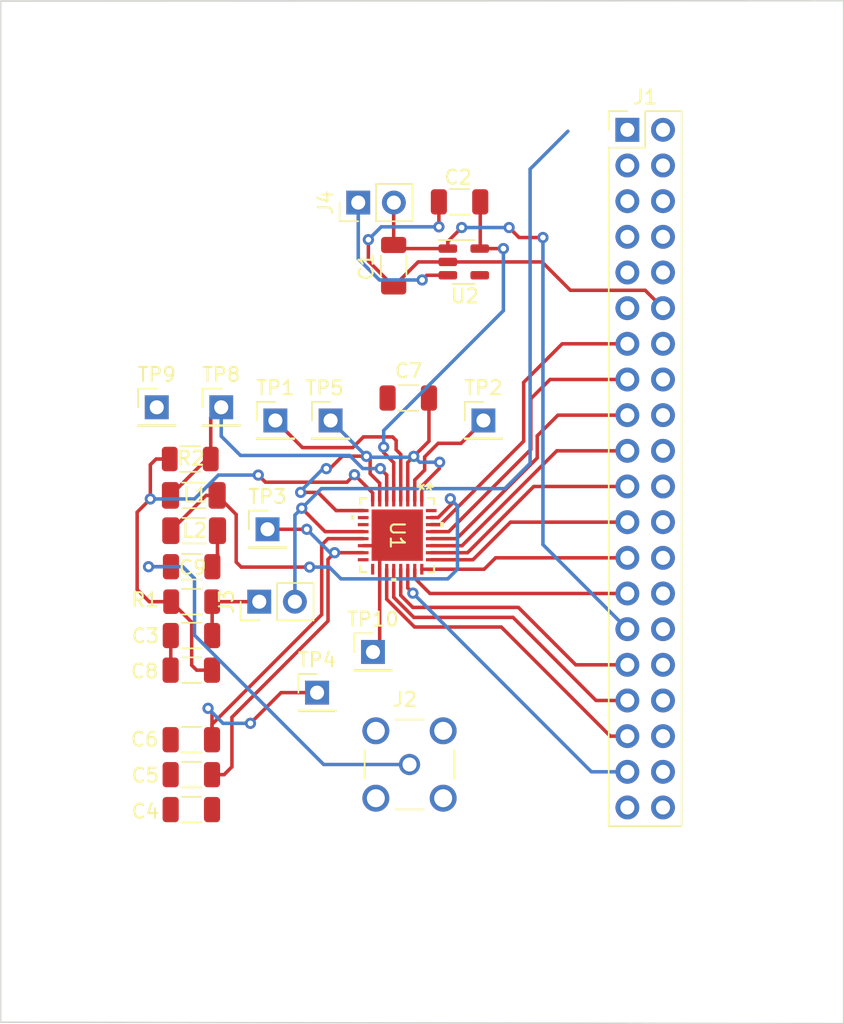
<source format=kicad_pcb>
(kicad_pcb (version 20221018) (generator pcbnew)
  (layers (0 "F.Cu" signal) (31 "B.Cu" signal) (34 "B.Paste" user) (35 "F.Paste" user) (36 "B.SilkS" user "B.Silkscreen") (37 "F.SilkS" user "F.Silkscreen") (38 "B.Mask" user) (39 "F.Mask" user) (44 "Edge.Cuts" user))
  (net 0 "")
  (net 1 "GND")
  (net 2 "VCC")
  (net 6 "Net-(J3-Pin_1)")
  (net 12 "Net-(J1-Pin_13)")
  (net 14 "Net-(J1-Pin_15)")
  (net 15 "Net-(J1-Pin_17)")
  (net 17 "Net-(J1-Pin_19)")
  (net 22 "CHIP_EN")
  (net 23 "Net-(U1-V18_OUT)")
  (net 24 "Net-(U1-VCC_IO)")
  (net 25 "Net-(U1-V11_OUT_DIG)")
  (net 27 "VDD")
  (net 28 "Net-(C9-Pad1)")
  (net 29 "Net-(C9-Pad2)")
  (net 30 "Net-(U1-TP_IF_N{slash}Sense2(1))")
  (net 32 "Net-(J1-Pin_21)")
  (net 34 "Net-(J1-Pin_23)")
  (net 36 "Net-(J1-Pin_25)")
  (net 38 "Net-(J1-Pin_27)")
  (net 40 "Net-(J1-Pin_31)")
  (net 42 "Net-(J1-Pin_33)")
  (net 44 "Net-(J1-Pin_35)")
  (net 47 "Net-(J1-Pin_39)")
  (net 49 "5V")
  (net 50 "Net-(J1-Pin_37)")
  (net 51 "LNA_IN")
  (net 52 "GNDA")
  (net 53 "Net-(J4-Pin_1)")
  (net 54 "Net-(U1-RFA_IN)")
  (net 55 "Net-(U1-LNA_OUT)")
  (net 56 "1.1V")
  (footprint "Connector_PinHeader_2.54mm:PinHeader_1x01_P2.54mm_Vertical" (layer "F.Cu") (at 131.0386 83.7692)
    (fp_text reference "TP1" (at 0 -2.33) (layer "F.SilkS"))
    (fp_text value "TP")
    (pad "1" thru_hole rect (at 0 0) (size 1.7 1.7) (drill 1) (layers "*.Cu" "*.Mask") (net 54 "Net-(U1-RFA_IN)"))
  )
  (footprint "Connector_PinHeader_2.54mm:PinHeader_1x01_P2.54mm_Vertical" (layer "F.Cu") (at 137.9982 100.2538)
    (fp_text reference "TP10" (at 0 -2.33) (layer "F.SilkS"))
    (fp_text value "TP")
    (pad "1" thru_hole rect (at 0 0) (size 1.7 1.7) (drill 1) (layers "*.Cu" "*.Mask") (net 1 "GND"))
  )
  (footprint "Connector_PinHeader_2.54mm:PinHeader_1x02_P2.54mm_Vertical" (layer "F.Cu") (at 129.8906 96.6724 90)
    (fp_text reference "J3" (at 0 -2.33 90) (layer "F.SilkS"))
    (fp_text value "EN")
    (pad "1" thru_hole rect (at 0 0 90) (size 1.7 1.7) (drill 1) (layers "*.Cu" "*.Mask") (net 6 "Net-(J3-Pin_1)"))
    (pad "2" thru_hole oval (at 0 2.54 90) (size 1.7 1.7) (drill 1) (layers "*.Cu" "*.Mask") (net 22 "CHIP_EN"))
  )
  (footprint "Connector_PinHeader_2.54mm:PinHeader_1x01_P2.54mm_Vertical" (layer "F.Cu") (at 145.8722 83.7692)
    (fp_text reference "TP2" (at 0 -2.33) (layer "F.SilkS"))
    (fp_text value "TP")
    (pad "1" thru_hole rect (at 0 0) (size 1.7 1.7) (drill 1) (layers "*.Cu" "*.Mask") (net 55 "Net-(U1-LNA_OUT)"))
  )
  (footprint "Connector_PinHeader_2.54mm:PinHeader_1x01_P2.54mm_Vertical" (layer "F.Cu") (at 122.5804 82.8294)
    (fp_text reference "TP9" (at 0 -2.33) (layer "F.SilkS"))
    (fp_text value "TP")
    (pad "1" thru_hole rect (at 0 0) (size 1.7 1.7) (drill 1) (layers "*.Cu" "*.Mask") (net 2 "VCC"))
  )
  (footprint "Capacitor_SMD:C_1206_3216Metric" (layer "F.Cu") (at 140.5128 82.169 180)
    (fp_text reference "C7" (at -0.0254 1.9304) (layer "F.SilkS"))
    (fp_text value "104")
    (pad "1" smd roundrect (at -1.475 0 180) (size 1.15 1.8) (layers "F.Cu" "F.Paste" "F.Mask") (roundrect_rratio 0.217391) (net 56 "1.1V"))
    (pad "2" smd roundrect (at 1.475 0 180) (size 1.15 1.8) (layers "F.Cu" "F.Paste" "F.Mask") (roundrect_rratio 0.217391) (net 1 "GND"))
  )
  (footprint "Capacitor_SMD:C_1206_3216Metric" (layer "F.Cu") (at 125.0442 101.5492 180)
    (fp_text reference "C8" (at 3.3274 -0.0762) (layer "F.SilkS"))
    (fp_text value "104")
    (pad "1" smd roundrect (at -1.475 0 180) (size 1.15 1.8) (layers "F.Cu" "F.Paste" "F.Mask") (roundrect_rratio 0.217391) (net 2 "VCC"))
    (pad "2" smd roundrect (at 1.475 0 180) (size 1.15 1.8) (layers "F.Cu" "F.Paste" "F.Mask") (roundrect_rratio 0.217391) (net 1 "GND"))
  )
  (footprint "Connector_PinHeader_2.54mm:PinHeader_1x02_P2.54mm_Vertical" (layer "F.Cu") (at 136.9458 68.2498 90)
    (fp_text reference "J4" (at 0 -2.33 90) (layer "F.SilkS"))
    (fp_text value "Conn_01x02")
    (pad "1" thru_hole rect (at 0 0 90) (size 1.7 1.7) (drill 1) (layers "*.Cu" "*.Mask") (net 53 "Net-(J4-Pin_1)"))
    (pad "2" thru_hole oval (at 0 2.54 90) (size 1.7 1.7) (drill 1) (layers "*.Cu" "*.Mask") (net 27 "VDD"))
  )
  (footprint "Capacitor_SMD:C_1206_3216Metric" (layer "F.Cu") (at 125.0549 99.0854 180)
    (fp_text reference "C3" (at 3.2766 -0.0254) (layer "F.SilkS"))
    (fp_text value "104")
    (pad "1" smd roundrect (at -1.475 0 180) (size 1.15 1.8) (layers "F.Cu" "F.Paste" "F.Mask") (roundrect_rratio 0.217391) (net 6 "Net-(J3-Pin_1)"))
    (pad "2" smd roundrect (at 1.475 0 180) (size 1.15 1.8) (layers "F.Cu" "F.Paste" "F.Mask") (roundrect_rratio 0.217391) (net 1 "GND"))
  )
  (footprint "Resistor_SMD:R_1206_3216Metric" (layer "F.Cu") (at 124.968 86.5124)
    (fp_text reference "R2" (at 0.0508 -0.0508) (layer "F.SilkS"))
    (fp_text value "1K")
    (pad "1" smd roundrect (at -1.4625 0) (size 1.125 1.75) (layers "F.Cu" "F.Paste" "F.Mask") (roundrect_rratio 0.222222) (net 2 "VCC"))
    (pad "2" smd roundrect (at 1.4625 0) (size 1.125 1.75) (layers "F.Cu" "F.Paste" "F.Mask") (roundrect_rratio 0.222222) (net 30 "Net-(U1-TP_IF_N{slash}Sense2(1))"))
  )
  (footprint "Resistor_SMD:R_1206_3216Metric" (layer "F.Cu") (at 125.0696 96.6724)
    (fp_text reference "R1" (at -3.3274 -0.127) (layer "F.SilkS"))
    (fp_text value "1K")
    (pad "1" smd roundrect (at -1.4625 0) (size 1.125 1.75) (layers "F.Cu" "F.Paste" "F.Mask") (roundrect_rratio 0.222222) (net 2 "VCC"))
    (pad "2" smd roundrect (at 1.4625 0) (size 1.125 1.75) (layers "F.Cu" "F.Paste" "F.Mask") (roundrect_rratio 0.222222) (net 6 "Net-(J3-Pin_1)"))
  )
  (footprint "SMA_CONNECTOR:LPRS_SMA_CONNECTOR" (layer "F.Cu") (at 140.6014 108.2678)
    (fp_text reference "J2" (at -0.325 -4.635) (layer "F.SilkS"))
    (fp_text value "SMA_CONNECTOR")
    (pad "1" thru_hole circle (at 0 0) (size 1.508 1.508) (drill 1) (layers "*.Cu" "*.Mask") (net 28 "Net-(C9-Pad1)"))
    (pad "G1" thru_hole circle (at -2.4 -2.4) (size 1.92 1.92) (drill 1.28) (layers "*.Cu" "*.Mask") (net 1 "GND"))
    (pad "G2" thru_hole circle (at -2.4 2.4) (size 1.92 1.92) (drill 1.28) (layers "*.Cu" "*.Mask") (net 1 "GND"))
    (pad "G3" thru_hole circle (at 2.4 2.4) (size 1.92 1.92) (drill 1.28) (layers "*.Cu" "*.Mask") (net 1 "GND"))
    (pad "G4" thru_hole circle (at 2.4 -2.4) (size 1.92 1.92) (drill 1.28) (layers "*.Cu" "*.Mask") (net 1 "GND"))
  )
  (footprint "Inductor_SMD:L_1206_3216Metric_Pad1.22x1.90mm_HandSolder" (layer "F.Cu") (at 125.222 89.1032)
    (fp_text reference "L1" (at 0.127 -0.0298) (layer "F.SilkS"))
    (fp_text value "L_Small")
    (pad "1" smd roundrect (at -1.6625 0) (size 1.225 1.9) (layers "F.Cu" "F.Paste" "F.Mask") (roundrect_rratio 0.204082) (net 30 "Net-(U1-TP_IF_N{slash}Sense2(1))"))
    (pad "2" smd roundrect (at 1.6625 0) (size 1.225 1.9) (layers "F.Cu" "F.Paste" "F.Mask") (roundrect_rratio 0.204082) (net 51 "LNA_IN"))
  )
  (footprint "Connector_PinHeader_2.54mm:PinHeader_1x01_P2.54mm_Vertical" (layer "F.Cu") (at 134.9756 83.7692)
    (fp_text reference "TP5" (at -0.4318 -2.3114) (layer "F.SilkS"))
    (fp_text value "TP")
    (pad "1" thru_hole rect (at 0 0) (size 1.7 1.7) (drill 1) (layers "*.Cu" "*.Mask") (net 56 "1.1V"))
  )
  (footprint "Inductor_SMD:L_1206_3216Metric_Pad1.22x1.90mm_HandSolder" (layer "F.Cu") (at 125.2474 91.6178)
    (fp_text reference "L2" (at 0.0254 -0.0254) (layer "F.SilkS"))
    (fp_text value "L_Small")
    (pad "1" smd roundrect (at -1.6625 0) (size 1.225 1.9) (layers "F.Cu" "F.Paste" "F.Mask") (roundrect_rratio 0.204082) (net 51 "LNA_IN"))
    (pad "2" smd roundrect (at 1.6625 0) (size 1.225 1.9) (layers "F.Cu" "F.Paste" "F.Mask") (roundrect_rratio 0.204082) (net 29 "Net-(C9-Pad2)"))
  )
  (footprint "Connector_PinHeader_2.54mm:PinHeader_1x01_P2.54mm_Vertical" (layer "F.Cu") (at 130.4798 91.5162)
    (fp_text reference "TP3" (at 0 -2.33) (layer "F.SilkS"))
    (fp_text value "TP")
    (pad "1" thru_hole rect (at 0 0) (size 1.7 1.7) (drill 1) (layers "*.Cu" "*.Mask") (net 24 "Net-(U1-VCC_IO)"))
  )
  (footprint "Capacitor_SMD:C_1206_3216Metric" (layer "F.Cu") (at 125.046 106.5022 180)
    (fp_text reference "C6" (at 3.3292 0.0254) (layer "F.SilkS"))
    (fp_text value "104")
    (pad "1" smd roundrect (at -1.475 0 180) (size 1.15 1.8) (layers "F.Cu" "F.Paste" "F.Mask") (roundrect_rratio 0.217391) (net 25 "Net-(U1-V11_OUT_DIG)"))
    (pad "2" smd roundrect (at 1.475 0 180) (size 1.15 1.8) (layers "F.Cu" "F.Paste" "F.Mask") (roundrect_rratio 0.217391) (net 1 "GND"))
  )
  (footprint "Connector_PinHeader_2.54mm:PinHeader_2x20_P2.54mm_Vertical" (layer "F.Cu") (at 156.1338 63.0682)
    (fp_text reference "J1" (at 1.27 -2.33) (layer "F.SilkS"))
    (fp_text value "Conn_02x20_Odd_Even")
    (pad "1" thru_hole rect (at 0 0) (size 1.7 1.7) (drill 1) (layers "*.Cu" "*.Mask") (net 22 "CHIP_EN"))
    (pad "2" thru_hole oval (at 2.54 0) (size 1.7 1.7) (drill 1) (layers "*.Cu" "*.Mask"))
    (pad "3" thru_hole oval (at 0 2.54) (size 1.7 1.7) (drill 1) (layers "*.Cu" "*.Mask"))
    (pad "4" thru_hole oval (at 2.54 2.54) (size 1.7 1.7) (drill 1) (layers "*.Cu" "*.Mask"))
    (pad "5" thru_hole oval (at 0 5.08) (size 1.7 1.7) (drill 1) (layers "*.Cu" "*.Mask"))
    (pad "6" thru_hole oval (at 2.54 5.08) (size 1.7 1.7) (drill 1) (layers "*.Cu" "*.Mask"))
    (pad "7" thru_hole oval (at 0 7.62) (size 1.7 1.7) (drill 1) (layers "*.Cu" "*.Mask"))
    (pad "8" thru_hole oval (at 2.54 7.62) (size 1.7 1.7) (drill 1) (layers "*.Cu" "*.Mask"))
    (pad "9" thru_hole oval (at 0 10.16) (size 1.7 1.7) (drill 1) (layers "*.Cu" "*.Mask"))
    (pad "10" thru_hole oval (at 2.54 10.16) (size 1.7 1.7) (drill 1) (layers "*.Cu" "*.Mask"))
    (pad "11" thru_hole oval (at 0 12.7) (size 1.7 1.7) (drill 1) (layers "*.Cu" "*.Mask") (net 49 "5V"))
    (pad "12" thru_hole oval (at 2.54 12.7) (size 1.7 1.7) (drill 1) (layers "*.Cu" "*.Mask") (net 1 "GND"))
    (pad "13" thru_hole oval (at 0 15.24) (size 1.7 1.7) (drill 1) (layers "*.Cu" "*.Mask") (net 12 "Net-(J1-Pin_13)"))
    (pad "14" thru_hole oval (at 2.54 15.24) (size 1.7 1.7) (drill 1) (layers "*.Cu" "*.Mask"))
    (pad "15" thru_hole oval (at 0 17.78) (size 1.7 1.7) (drill 1) (layers "*.Cu" "*.Mask") (net 14 "Net-(J1-Pin_15)"))
    (pad "16" thru_hole oval (at 2.54 17.78) (size 1.7 1.7) (drill 1) (layers "*.Cu" "*.Mask"))
    (pad "17" thru_hole oval (at 0 20.32) (size 1.7 1.7) (drill 1) (layers "*.Cu" "*.Mask") (net 15 "Net-(J1-Pin_17)"))
    (pad "18" thru_hole oval (at 2.54 20.32) (size 1.7 1.7) (drill 1) (layers "*.Cu" "*.Mask"))
    (pad "19" thru_hole oval (at 0 22.86) (size 1.7 1.7) (drill 1) (layers "*.Cu" "*.Mask") (net 17 "Net-(J1-Pin_19)"))
    (pad "20" thru_hole oval (at 2.54 22.86) (size 1.7 1.7) (drill 1) (layers "*.Cu" "*.Mask"))
    (pad "21" thru_hole oval (at 0 25.4) (size 1.7 1.7) (drill 1) (layers "*.Cu" "*.Mask") (net 32 "Net-(J1-Pin_21)"))
    (pad "22" thru_hole oval (at 2.54 25.4) (size 1.7 1.7) (drill 1) (layers "*.Cu" "*.Mask"))
    (pad "23" thru_hole oval (at 0 27.94) (size 1.7 1.7) (drill 1) (layers "*.Cu" "*.Mask") (net 34 "Net-(J1-Pin_23)"))
    (pad "24" thru_hole oval (at 2.54 27.94) (size 1.7 1.7) (drill 1) (layers "*.Cu" "*.Mask"))
    (pad "25" thru_hole oval (at 0 30.48) (size 1.7 1.7) (drill 1) (layers "*.Cu" "*.Mask") (net 36 "Net-(J1-Pin_25)"))
    (pad "26" thru_hole oval (at 2.54 30.48) (size 1.7 1.7) (drill 1) (layers "*.Cu" "*.Mask"))
    (pad "27" thru_hole oval (at 0 33.02) (size 1.7 1.7) (drill 1) (layers "*.Cu" "*.Mask") (net 38 "Net-(J1-Pin_27)"))
    (pad "28" thru_hole oval (at 2.54 33.02) (size 1.7 1.7) (drill 1) (layers "*.Cu" "*.Mask"))
    (pad "29" thru_hole oval (at 0 35.56) (size 1.7 1.7) (drill 1) (layers "*.Cu" "*.Mask") (net 27 "VDD"))
    (pad "30" thru_hole oval (at 2.54 35.56) (size 1.7 1.7) (drill 1) (layers "*.Cu" "*.Mask") (net 1 "GND"))
    (pad "31" thru_hole oval (at 0 38.1) (size 1.7 1.7) (drill 1) (layers "*.Cu" "*.Mask") (net 40 "Net-(J1-Pin_31)"))
    (pad "32" thru_hole oval (at 2.54 38.1) (size 1.7 1.7) (drill 1) (layers "*.Cu" "*.Mask"))
    (pad "33" thru_hole oval (at 0 40.64) (size 1.7 1.7) (drill 1) (layers "*.Cu" "*.Mask") (net 42 "Net-(J1-Pin_33)"))
    (pad "34" thru_hole oval (at 2.54 40.64) (size 1.7 1.7) (drill 1) (layers "*.Cu" "*.Mask"))
    (pad "35" thru_hole oval (at 0 43.18) (size 1.7 1.7) (drill 1) (layers "*.Cu" "*.Mask") (net 44 "Net-(J1-Pin_35)"))
    (pad "36" thru_hole oval (at 2.54 43.18) (size 1.7 1.7) (drill 1) (layers "*.Cu" "*.Mask"))
    (pad "37" thru_hole oval (at 0 45.72) (size 1.7 1.7) (drill 1) (layers "*.Cu" "*.Mask") (net 50 "Net-(J1-Pin_37)"))
    (pad "38" thru_hole oval (at 2.54 45.72) (size 1.7 1.7) (drill 1) (layers "*.Cu" "*.Mask"))
    (pad "39" thru_hole oval (at 0 48.26) (size 1.7 1.7) (drill 1) (layers "*.Cu" "*.Mask") (net 47 "Net-(J1-Pin_39)"))
    (pad "40" thru_hole oval (at 2.54 48.26) (size 1.7 1.7) (drill 1) (layers "*.Cu" "*.Mask"))
  )
  (footprint "Connector_PinHeader_2.54mm:PinHeader_1x01_P2.54mm_Vertical" (layer "F.Cu") (at 134.0104 103.1494)
    (fp_text reference "TP4" (at 0 -2.33) (layer "F.SilkS"))
    (fp_text value "TP")
    (pad "1" thru_hole rect (at 0 0) (size 1.7 1.7) (drill 1) (layers "*.Cu" "*.Mask") (net 25 "Net-(U1-V11_OUT_DIG)"))
  )
  (footprint "Capacitor_SMD:C_1206_3216Metric" (layer "F.Cu") (at 125.046 108.9914 180)
    (fp_text reference "C5" (at 3.2784 -0.0508) (layer "F.SilkS"))
    (fp_text value "104")
    (pad "1" smd roundrect (at -1.475 0 180) (size 1.15 1.8) (layers "F.Cu" "F.Paste" "F.Mask") (roundrect_rratio 0.217391) (net 24 "Net-(U1-VCC_IO)"))
    (pad "2" smd roundrect (at 1.475 0 180) (size 1.15 1.8) (layers "F.Cu" "F.Paste" "F.Mask") (roundrect_rratio 0.217391) (net 1 "GND"))
  )
  (footprint "Package_TO_SOT_SMD:SOT-23-5" (layer "F.Cu") (at 144.4697 72.4764)
    (fp_text reference "U2" (at 0.0817 2.4282) (layer "F.SilkS"))
    (fp_text value "AP2127K-1.8")
    (pad "1" smd roundrect (at -1.1375 -0.95) (size 1.325 0.6) (layers "F.Cu" "F.Paste" "F.Mask") (net 27 "VDD"))
    (pad "2" smd roundrect (at -1.1375 0) (size 1.325 0.6) (layers "F.Cu" "F.Paste" "F.Mask") (net 1 "GND"))
    (pad "3" smd roundrect (at -1.1375 0.95) (size 1.325 0.6) (layers "F.Cu" "F.Paste" "F.Mask") (net 53 "Net-(J4-Pin_1)"))
    (pad "4" smd roundrect (at 1.1375 0.95) (size 1.325 0.6) (layers "F.Cu" "F.Paste" "F.Mask"))
    (pad "5" smd roundrect (at 1.1375 -0.95) (size 1.325 0.6) (layers "F.Cu" "F.Paste" "F.Mask") (net 2 "VCC"))
  )
  (footprint "VFQPN_A5635A_STM:VFQPN_A5635A_STM" (layer "F.Cu") (at 139.7254 91.9353 -90)
    (fp_text reference "U1" (at 0 0 -90 unlocked) (layer "F.SilkS"))
    (fp_text value "STA5635A")
    (fp_text user "*" (at -3.4417 -2.000504 90) (layer "F.SilkS"))
    (fp_text user "*" (at -3.4417 -2.000504 -90 unlocked) (layer "F.SilkS"))
    (pad "1" smd rect (at -2.4257 -1.750441) (size 0.2286 0.762) (layers "F.Cu" "F.Paste" "F.Mask") (net 56 "1.1V"))
    (pad "2" smd rect (at -2.4257 -1.250315) (size 0.2286 0.762) (layers "F.Cu" "F.Paste" "F.Mask") (net 55 "Net-(U1-LNA_OUT)"))
    (pad "3" smd rect (at -2.4257 -0.750189) (size 0.2286 0.762) (layers "F.Cu" "F.Paste" "F.Mask") (net 56 "1.1V"))
    (pad "4" smd rect (at -2.4257 -0.250063) (size 0.2286 0.762) (layers "F.Cu" "F.Paste" "F.Mask") (net 54 "Net-(U1-RFA_IN)"))
    (pad "5" smd rect (at -2.4257 0.250063) (size 0.2286 0.762) (layers "F.Cu" "F.Paste" "F.Mask") (net 2 "VCC"))
    (pad "6" smd rect (at -2.4257 0.750189) (size 0.2286 0.762) (layers "F.Cu" "F.Paste" "F.Mask") (net 30 "Net-(U1-TP_IF_N{slash}Sense2(1))"))
    (pad "7" smd rect (at -2.4257 1.250315) (size 0.2286 0.762) (layers "F.Cu" "F.Paste" "F.Mask") (net 56 "1.1V"))
    (pad "8" smd rect (at -2.4257 1.750441) (size 0.2286 0.762) (layers "F.Cu" "F.Paste" "F.Mask") (net 2 "VCC"))
    (pad "9" smd rect (at -1.750441 2.4257 270) (size 0.2286 0.762) (layers "F.Cu" "F.Paste" "F.Mask") (net 56 "1.1V"))
    (pad "10" smd rect (at -1.250315 2.4257 270) (size 0.2286 0.762) (layers "F.Cu" "F.Paste" "F.Mask"))
    (pad "11" smd rect (at -0.750189 2.4257 270) (size 0.2286 0.762) (layers "F.Cu" "F.Paste" "F.Mask"))
    (pad "12" smd rect (at -0.250063 2.4257 270) (size 0.2286 0.762) (layers "F.Cu" "F.Paste" "F.Mask") (net 22 "CHIP_EN"))
    (pad "13" smd rect (at 0.250063 2.4257 270) (size 0.2286 0.762) (layers "F.Cu" "F.Paste" "F.Mask") (net 25 "Net-(U1-V11_OUT_DIG)"))
    (pad "14" smd rect (at 0.750189 2.4257 270) (size 0.2286 0.762) (layers "F.Cu" "F.Paste" "F.Mask") (net 1 "GND"))
    (pad "15" smd rect (at 1.250315 2.4257 270) (size 0.2286 0.762) (layers "F.Cu" "F.Paste" "F.Mask") (net 24 "Net-(U1-VCC_IO)"))
    (pad "16" smd rect (at 1.750441 2.4257 270) (size 0.2286 0.762) (layers "F.Cu" "F.Paste" "F.Mask") (net 23 "Net-(U1-V18_OUT)"))
    (pad "17" smd rect (at 2.4257 1.750441) (size 0.2286 0.762) (layers "F.Cu" "F.Paste" "F.Mask") (net 47 "Net-(J1-Pin_39)"))
    (pad "18" smd rect (at 2.4257 1.250315) (size 0.2286 0.762) (layers "F.Cu" "F.Paste" "F.Mask") (net 1 "GND"))
    (pad "19" smd rect (at 2.4257 0.750189) (size 0.2286 0.762) (layers "F.Cu" "F.Paste" "F.Mask") (net 44 "Net-(J1-Pin_35)"))
    (pad "20" smd rect (at 2.4257 0.250063) (size 0.2286 0.762) (layers "F.Cu" "F.Paste" "F.Mask") (net 42 "Net-(J1-Pin_33)"))
    (pad "21" smd rect (at 2.4257 -0.250063) (size 0.2286 0.762) (layers "F.Cu" "F.Paste" "F.Mask") (net 40 "Net-(J1-Pin_31)"))
    (pad "22" smd rect (at 2.4257 -0.750189) (size 0.2286 0.762) (layers "F.Cu" "F.Paste" "F.Mask") (net 50 "Net-(J1-Pin_37)"))
    (pad "23" smd rect (at 2.4257 -1.250315) (size 0.2286 0.762) (layers "F.Cu" "F.Paste" "F.Mask") (net 38 "Net-(J1-Pin_27)"))
    (pad "24" smd rect (at 2.4257 -1.750441) (size 0.2286 0.762) (layers "F.Cu" "F.Paste" "F.Mask") (net 36 "Net-(J1-Pin_25)"))
    (pad "25" smd rect (at 1.750441 -2.4257 270) (size 0.2286 0.762) (layers "F.Cu" "F.Paste" "F.Mask") (net 34 "Net-(J1-Pin_23)"))
    (pad "26" smd rect (at 1.250315 -2.4257 270) (size 0.2286 0.762) (layers "F.Cu" "F.Paste" "F.Mask") (net 32 "Net-(J1-Pin_21)"))
    (pad "27" smd rect (at 0.750189 -2.4257 270) (size 0.2286 0.762) (layers "F.Cu" "F.Paste" "F.Mask") (net 17 "Net-(J1-Pin_19)"))
    (pad "28" smd rect (at 0.250063 -2.4257 270) (size 0.2286 0.762) (layers "F.Cu" "F.Paste" "F.Mask") (net 15 "Net-(J1-Pin_17)"))
    (pad "29" smd rect (at -0.250063 -2.4257 270) (size 0.2286 0.762) (layers "F.Cu" "F.Paste" "F.Mask") (net 14 "Net-(J1-Pin_15)"))
    (pad "30" smd rect (at -0.750189 -2.4257 270) (size 0.2286 0.762) (layers "F.Cu" "F.Paste" "F.Mask") (net 12 "Net-(J1-Pin_13)"))
    (pad "31" smd rect (at -1.250315 -2.4257 270) (size 0.2286 0.762) (layers "F.Cu" "F.Paste" "F.Mask") (net 51 "LNA_IN"))
    (pad "32" smd rect (at -1.750441 -2.4257 270) (size 0.2286 0.762) (layers "F.Cu" "F.Paste" "F.Mask") (net 52 "GNDA"))
    (pad "33" smd rect (at 0 0 270) (size 3.6576 3.6576) (layers "F.Cu" "F.Paste" "F.Mask") (net 1 "GND"))
  )
  (footprint "Capacitor_SMD:C_1206_3216Metric" (layer "F.Cu") (at 139.4714 72.7456 -90)
    (fp_text reference "C1" (at 0.0762 1.9558 90) (layer "F.SilkS"))
    (fp_text value "1uF")
    (pad "1" smd roundrect (at -1.475 0 270) (size 1.15 1.8) (layers "F.Cu" "F.Paste" "F.Mask") (roundrect_rratio 0.217391) (net 27 "VDD"))
    (pad "2" smd roundrect (at 1.475 0 270) (size 1.15 1.8) (layers "F.Cu" "F.Paste" "F.Mask") (roundrect_rratio 0.217391) (net 1 "GND"))
  )
  (footprint "Capacitor_SMD:C_1206_3216Metric" (layer "F.Cu") (at 125.046 111.4806 180)
    (fp_text reference "C4" (at 3.2784 -0.127) (layer "F.SilkS"))
    (fp_text value "104")
    (pad "1" smd roundrect (at -1.475 0 180) (size 1.15 1.8) (layers "F.Cu" "F.Paste" "F.Mask") (roundrect_rratio 0.217391) (net 23 "Net-(U1-V18_OUT)"))
    (pad "2" smd roundrect (at 1.475 0 180) (size 1.15 1.8) (layers "F.Cu" "F.Paste" "F.Mask") (roundrect_rratio 0.217391) (net 1 "GND"))
  )
  (footprint "Capacitor_SMD:C_1206_3216Metric" (layer "F.Cu") (at 144.1704 68.199 180)
    (fp_text reference "C2" (at 0.1016 1.7526) (layer "F.SilkS"))
    (fp_text value "1uF")
    (pad "1" smd roundrect (at -1.475 0 180) (size 1.15 1.8) (layers "F.Cu" "F.Paste" "F.Mask") (roundrect_rratio 0.217391) (net 2 "VCC"))
    (pad "2" smd roundrect (at 1.475 0 180) (size 1.15 1.8) (layers "F.Cu" "F.Paste" "F.Mask") (roundrect_rratio 0.217391) (net 1 "GND"))
  )
  (footprint "Capacitor_SMD:C_1206_3216Metric" (layer "F.Cu") (at 125.0696 94.1832)
    (fp_text reference "C9" (at 0.0762 0.0508) (layer "F.SilkS"))
    (fp_text value "104")
    (pad "1" smd roundrect (at -1.475 0) (size 1.15 1.8) (layers "F.Cu" "F.Paste" "F.Mask") (roundrect_rratio 0.217391) (net 28 "Net-(C9-Pad1)"))
    (pad "2" smd roundrect (at 1.475 0) (size 1.15 1.8) (layers "F.Cu" "F.Paste" "F.Mask") (roundrect_rratio 0.217391) (net 29 "Net-(C9-Pad2)"))
  )
  (footprint "Connector_PinHeader_2.54mm:PinHeader_1x01_P2.54mm_Vertical" (layer "F.Cu") (at 127.1778 82.8294)
    (fp_text reference "TP8" (at 0 -2.33) (layer "F.SilkS"))
    (fp_text value "TP")
    (pad "1" thru_hole rect (at 0 0) (size 1.7 1.7) (drill 1) (layers "*.Cu" "*.Mask") (net 30 "Net-(U1-TP_IF_N{slash}Sense2(1))"))
  )
  (gr_line (start 171.5516 126.7206) (end 111.4552 126.619) (stroke (width 0.1)) (layer "Edge.Cuts"))
  (gr_line (start 171.5516 53.8734) (end 171.5516 126.7206) (stroke (width 0.1)) (layer "Edge.Cuts"))
  (gr_line (start 111.4552 53.8988) (end 171.5516 53.8734) (stroke (width 0.1)) (layer "Edge.Cuts"))
  (gr_line (start 111.4552 126.619) (end 111.4552 53.8988) (stroke (width 0.1)) (layer "Edge.Cuts"))
  (segment (start 139.4714 74.2206) (end 137.668 72.4172) (width 0.25) (layer "F.Cu") (net 1))
  (segment (start 138.975211 92.685489) (end 139.7254 91.9353) (width 0.25) (layer "F.Cu") (net 1))
  (segment (start 123.5799 99.0854) (end 123.5799 101.5385) (width 0.25) (layer "F.Cu") (net 1))
  (segment (start 137.668 72.4172) (end 137.668 70.8914) (width 0.25) (layer "F.Cu") (net 1))
  (segment (start 152.0698 74.4982) (end 157.4038 74.4982) (width 0.25) (layer "F.Cu") (net 1))
  (segment (start 138.475085 99.776915) (end 137.9982 100.2538) (width 0.25) (layer "F.Cu") (net 1))
  (segment (start 141.2156 72.4764) (end 139.4714 74.2206) (width 0.25) (layer "F.Cu") (net 1))
  (segment (start 143.3322 72.4764) (end 141.2156 72.4764) (width 0.25) (layer "F.Cu") (net 1))
  (segment (start 157.4038 74.4982) (end 158.6738 75.7682) (width 0.25) (layer "F.Cu") (net 1))
  (segment (start 138.475085 93.185615) (end 139.7254 91.9353) (width 0.25) (layer "F.Cu") (net 1))
  (segment (start 142.6954 69.9752) (end 142.6972 69.977) (width 0.25) (layer "F.Cu") (net 1))
  (segment (start 138.475085 94.361) (end 138.475085 93.185615) (width 0.25) (layer "F.Cu") (net 1))
  (segment (start 143.3322 72.4764) (end 150.048 72.4764) (width 0.25) (layer "F.Cu") (net 1))
  (segment (start 142.6954 68.199) (end 142.6954 69.9752) (width 0.25) (layer "F.Cu") (net 1))
  (segment (start 138.475085 94.361) (end 138.475085 99.776915) (width 0.25) (layer "F.Cu") (net 1))
  (segment (start 150.048 72.4764) (end 152.0698 74.4982) (width 0.25) (layer "F.Cu") (net 1))
  (segment (start 137.2997 92.685489) (end 138.975211 92.685489) (width 0.25) (layer "F.Cu") (net 1))
  (segment (start 123.5799 101.5385) (end 123.5692 101.5492) (width 0.25) (layer "F.Cu") (net 1))
  (segment (start 137.668 70.8914) (end 137.6703 70.8914) (width 0.25) (layer "F.Cu") (net 1))
  (via (at 137.6703 70.8914) (size 0.8) (drill 0.4) (layers "F.Cu" "B.Cu") (net 1))
  (via (at 142.6972 69.977) (size 0.8) (drill 0.4) (layers "F.Cu" "B.Cu") (net 1))
  (segment (start 138.5847 69.977) (end 142.6972 69.977) (width 0.25) (layer "B.Cu") (net 1))
  (segment (start 137.6703 70.8914) (end 138.5847 69.977) (width 0.25) (layer "B.Cu") (net 1))
  (segment (start 138.7602 86.0552) (end 138.7602 85.6621) (width 0.25) (layer "F.Cu") (net 2))
  (segment (start 137.974959 88.927559) (end 137.974959 89.5096) (width 0.25) (layer "F.Cu") (net 2))
  (segment (start 125.0696 101.1936) (end 125.4252 101.5492) (width 0.25) (layer "F.Cu") (net 2))
  (segment (start 129.8448 87.63) (end 129.8194 87.6554) (width 0.25) (layer "F.Cu") (net 2))
  (segment (start 121.1834 90.297) (end 121.1834 95.8088) (width 0.25) (layer "F.Cu") (net 2))
  (segment (start 145.6454 68.199) (end 145.6454 71.4882) (width 0.25) (layer "F.Cu") (net 2))
  (segment (start 139.475337 89.5096) (end 139.475337 86.770337) (width 0.25) (layer "F.Cu") (net 2))
  (segment (start 136.144 88.1634) (end 130.3274 88.1634) (width 0.25) (layer "F.Cu") (net 2))
  (segment (start 139.475337 86.770337) (end 138.7602 86.0552) (width 0.25) (layer "F.Cu") (net 2))
  (segment (start 125.4252 101.5492) (end 126.5192 101.5492) (width 0.25) (layer "F.Cu") (net 2))
  (segment (start 122.1232 89.3572) (end 121.1834 90.297) (width 0.25) (layer "F.Cu") (net 2))
  (segment (start 122.1232 86.9188) (end 122.5296 86.5124) (width 0.25) (layer "F.Cu") (net 2))
  (segment (start 125.0696 98.1349) (end 125.0696 101.1936) (width 0.25) (layer "F.Cu") (net 2))
  (segment (start 122.1232 89.3572) (end 122.1232 86.9188) (width 0.25) (layer "F.Cu") (net 2))
  (segment (start 136.6774 87.63) (end 136.144 88.1634) (width 0.25) (layer "F.Cu") (net 2))
  (segment (start 136.6774 87.63) (end 137.974959 88.927559) (width 0.25) (layer "F.Cu") (net 2))
  (segment (start 121.1834 95.8088) (end 122.047 96.6724) (width 0.25) (layer "F.Cu") (net 2))
  (segment (start 122.5296 86.5124) (end 123.5055 86.5124) (width 0.25) (layer "F.Cu") (net 2))
  (segment (start 130.3274 88.1634) (end 129.8194 87.6554) (width 0.25) (layer "F.Cu") (net 2))
  (segment (start 145.6454 71.4882) (end 145.6072 71.5264) (width 0.25) (layer "F.Cu") (net 2))
  (segment (start 123.6071 96.6724) (end 125.0696 98.1349) (width 0.25) (layer "F.Cu") (net 2))
  (segment (start 145.6072 71.5264) (end 147.2946 71.5264) (width 0.25) (layer "F.Cu") (net 2))
  (segment (start 122.047 96.6724) (end 123.6071 96.6724) (width 0.25) (layer "F.Cu") (net 2))
  (via (at 147.2946 71.5264) (size 0.8) (drill 0.4) (layers "F.Cu" "B.Cu") (net 2))
  (via (at 136.6774 87.63) (size 0.8) (drill 0.4) (layers "F.Cu" "B.Cu") (net 2))
  (via (at 129.8194 87.6554) (size 0.8) (drill 0.4) (layers "F.Cu" "B.Cu") (net 2))
  (via (at 122.1232 89.3572) (size 0.8) (drill 0.4) (layers "F.Cu" "B.Cu") (net 2))
  (via (at 138.7602 85.6621) (size 0.8) (drill 0.4) (layers "F.Cu" "B.Cu") (net 2))
  (segment (start 139.0904 84.1502) (end 138.7602 84.4804) (width 0.25) (layer "B.Cu") (net 2))
  (segment (start 138.7602 85.6234) (end 138.7602 85.6621) (width 0.25) (layer "B.Cu") (net 2))
  (segment (start 147.2946 71.5264) (end 147.2946 75.946) (width 0.25) (layer "B.Cu") (net 2))
  (segment (start 129.8194 87.6554) (end 126.9746 87.6554) (width 0.25) (layer "B.Cu") (net 2))
  (segment (start 125.2728 89.3572) (end 122.1232 89.3572) (width 0.25) (layer "B.Cu") (net 2))
  (segment (start 138.7602 84.4804) (end 138.7602 85.6234) (width 0.25) (layer "B.Cu") (net 2))
  (segment (start 147.2946 75.946) (end 139.0904 84.1502) (width 0.25) (layer "B.Cu") (net 2))
  (segment (start 126.9746 87.6554) (end 125.2728 89.3572) (width 0.25) (layer "B.Cu") (net 2))
  (segment (start 126.5299 99.0854) (end 126.5299 96.6746) (width 0.25) (layer "F.Cu") (net 6))
  (segment (start 126.5321 96.6724) (end 129.8906 96.6724) (width 0.25) (layer "F.Cu") (net 6))
  (segment (start 126.5299 96.6746) (end 126.5321 96.6724) (width 0.25) (layer "F.Cu") (net 6))
  (segment (start 148.7424 81.0514) (end 151.4856 78.3082) (width 0.25) (layer "F.Cu") (net 12))
  (segment (start 142.796274 91.185111) (end 148.7424 85.238985) (width 0.25) (layer "F.Cu") (net 12))
  (segment (start 148.7424 85.238985) (end 148.7424 81.0514) (width 0.25) (layer "F.Cu") (net 12))
  (segment (start 151.4856 78.3082) (end 156.1338 78.3082) (width 0.25) (layer "F.Cu") (net 12))
  (segment (start 142.1511 91.185111) (end 142.796274 91.185111) (width 0.25) (layer "F.Cu") (net 12))
  (segment (start 149.2504 82.2198) (end 150.622 80.8482) (width 0.25) (layer "F.Cu") (net 14))
  (segment (start 142.1511 91.685237) (end 143.391763 91.685237) (width 0.25) (layer "F.Cu") (net 14))
  (segment (start 149.2504 85.8266) (end 149.2504 82.2198) (width 0.25) (layer "F.Cu") (net 14))
  (segment (start 150.622 80.8482) (end 156.1338 80.8482) (width 0.25) (layer "F.Cu") (net 14))
  (segment (start 143.391763 91.685237) (end 149.2504 85.8266) (width 0.25) (layer "F.Cu") (net 14))
  (segment (start 151.1808 83.3882) (end 156.1338 83.3882) (width 0.25) (layer "F.Cu") (net 15))
  (segment (start 142.1511 92.185363) (end 143.958437 92.185363) (width 0.25) (layer "F.Cu") (net 15))
  (segment (start 143.958437 92.185363) (end 149.7076 86.4362) (width 0.25) (layer "F.Cu") (net 15))
  (segment (start 149.7076 84.8614) (end 151.1808 83.3882) (width 0.25) (layer "F.Cu") (net 15))
  (segment (start 149.7076 86.4362) (end 149.7076 84.8614) (width 0.25) (layer "F.Cu") (net 15))
  (segment (start 144.347311 92.685489) (end 151.1046 85.9282) (width 0.25) (layer "F.Cu") (net 17))
  (segment (start 151.1046 85.9282) (end 156.1338 85.9282) (width 0.25) (layer "F.Cu") (net 17))
  (segment (start 142.1511 92.685489) (end 144.347311 92.685489) (width 0.25) (layer "F.Cu") (net 17))
  (segment (start 137.2997 91.685237) (end 134.585837 91.685237) (width 0.25) (layer "F.Cu") (net 22))
  (segment (start 134.585837 91.685237) (end 132.9182 90.0176) (width 0.25) (layer "F.Cu") (net 22))
  (via (at 132.9182 90.0176) (size 0.8) (drill 0.4) (layers "F.Cu" "B.Cu") (net 22))
  (segment (start 149.1996 86.8172) (end 147.3962 88.6206) (width 0.25) (layer "B.Cu") (net 22))
  (segment (start 147.3962 88.6206) (end 134.3152 88.6206) (width 0.25) (layer "B.Cu") (net 22))
  (segment (start 151.892 63.1698) (end 149.1996 65.8622) (width 0.25) (layer "B.Cu") (net 22))
  (segment (start 149.1996 65.8622) (end 149.1996 86.8172) (width 0.25) (layer "B.Cu") (net 22))
  (segment (start 134.3152 88.6206) (end 132.9182 90.0176) (width 0.25) (layer "B.Cu") (net 22))
  (segment (start 132.9182 90.0176) (end 132.4306 90.5052) (width 0.25) (layer "B.Cu") (net 22))
  (segment (start 132.4306 90.5052) (end 132.4306 96.6724) (width 0.25) (layer "B.Cu") (net 22))
  (segment (start 127.9398 104.902) (end 134.7906 98.0512) (width 0.25) (layer "F.Cu") (net 24))
  (segment (start 134.7906 98.0512) (end 134.7906 93.657) (width 0.25) (layer "F.Cu") (net 24))
  (segment (start 127.9398 108.4326) (end 127.9398 104.902) (width 0.25) (layer "F.Cu") (net 24))
  (segment (start 127.381 108.9914) (end 127.9398 108.4326) (width 0.25) (layer "F.Cu") (net 24))
  (segment (start 135.261985 93.185615) (end 137.2997 93.185615) (width 0.25) (layer "F.Cu") (net 24))
  (segment (start 133.2738 91.5162) (end 130.4798 91.5162) (width 0.25) (layer "F.Cu") (net 24))
  (segment (start 134.7906 93.657) (end 135.261985 93.185615) (width 0.25) (layer "F.Cu") (net 24))
  (segment (start 126.521 108.9914) (end 127.381 108.9914) (width 0.25) (layer "F.Cu") (net 24))
  (via (at 133.2738 91.5162) (size 0.8) (drill 0.4) (layers "F.Cu" "B.Cu") (net 24))
  (via (at 135.261985 93.185615) (size 0.8) (drill 0.4) (layers "F.Cu" "B.Cu") (net 24))
  (segment (start 135.261985 93.185615) (end 134.943215 93.185615) (width 0.25) (layer "B.Cu") (net 24))
  (segment (start 134.943215 93.185615) (end 133.2738 91.5162) (width 0.25) (layer "B.Cu") (net 24))
  (segment (start 131.445 103.1494) (end 129.2606 105.3338) (width 0.25) (layer "F.Cu") (net 25))
  (segment (start 134.3406 97.5868) (end 134.3406 92.6338) (width 0.25) (layer "F.Cu") (net 25))
  (segment (start 134.789037 92.185363) (end 137.2997 92.185363) (width 0.25) (layer "F.Cu") (net 25))
  (segment (start 126.521 104.55) (end 126.238 104.267) (width 0.25) (layer "F.Cu") (net 25))
  (segment (start 134.3406 92.6338) (end 134.789037 92.185363) (width 0.25) (layer "F.Cu") (net 25))
  (segment (start 126.521 105.4064) (end 134.3406 97.5868) (width 0.25) (layer "F.Cu") (net 25))
  (segment (start 126.521 106.5022) (end 126.521 104.55) (width 0.25) (layer "F.Cu") (net 25))
  (segment (start 134.0104 103.1494) (end 131.445 103.1494) (width 0.25) (layer "F.Cu") (net 25))
  (segment (start 126.521 106.5022) (end 126.521 105.4064) (width 0.25) (layer "F.Cu") (net 25))
  (via (at 126.238 104.267) (size 0.8) (drill 0.4) (layers "F.Cu" "B.Cu") (net 25))
  (via (at 129.2606 105.3338) (size 0.8) (drill 0.4) (layers "F.Cu" "B.Cu") (net 25))
  (segment (start 129.2606 105.3338) (end 127.3048 105.3338) (width 0.25) (layer "B.Cu") (net 25))
  (segment (start 127.3048 105.3338) (end 126.238 104.267) (width 0.25) (layer "B.Cu") (net 25))
  (segment (start 143.3322 71.5264) (end 143.3322 71.0184) (width 0.25) (layer "F.Cu") (net 27))
  (segment (start 150.114 70.739) (end 148.4122 70.739) (width 0.25) (layer "F.Cu") (net 27))
  (segment (start 139.4714 68.2642) (end 139.4858 68.2498) (width 0.25) (layer "F.Cu") (net 27))
  (segment (start 139.7272 71.5264) (end 139.4714 71.2706) (width 0.25) (layer "F.Cu") (net 27))
  (segment (start 143.3322 71.0184) (end 144.3228 70.0278) (width 0.25) (layer "F.Cu") (net 27))
  (segment (start 143.3322 71.5264) (end 139.7272 71.5264) (width 0.25) (layer "F.Cu") (net 27))
  (segment (start 148.4122 70.739) (end 147.701 70.0278) (width 0.25) (layer "F.Cu") (net 27))
  (segment (start 139.4714 71.2706) (end 139.4714 68.2642) (width 0.25) (layer "F.Cu") (net 27))
  (via (at 150.114 70.739) (size 0.8) (drill 0.4) (layers "F.Cu" "B.Cu") (net 27))
  (via (at 147.701 70.0278) (size 0.8) (drill 0.4) (layers "F.Cu" "B.Cu") (net 27))
  (via (at 144.3228 70.0278) (size 0.8) (drill 0.4) (layers "F.Cu" "B.Cu") (net 27))
  (segment (start 156.1338 98.6282) (end 150.114 92.6084) (width 0.25) (layer "B.Cu") (net 27))
  (segment (start 147.701 70.0278) (end 144.3228 70.0278) (width 0.25) (layer "B.Cu") (net 27))
  (segment (start 150.114 92.6084) (end 150.114 70.739) (width 0.25) (layer "B.Cu") (net 27))
  (segment (start 123.5946 94.1832) (end 121.9962 94.1832) (width 0.25) (layer "F.Cu") (net 28))
  (via (at 121.9962 94.1832) (size 0.8) (drill 0.4) (layers "F.Cu" "B.Cu") (net 28))
  (segment (start 121.9962 94.1832) (end 124.4346 94.1832) (width 0.25) (layer "B.Cu") (net 28))
  (segment (start 125.2728 99.06) (end 134.4806 108.2678) (width 0.25) (layer "B.Cu") (net 28))
  (segment (start 125.2728 95.0214) (end 125.2728 99.06) (width 0.25) (layer "B.Cu") (net 28))
  (segment (start 124.4346 94.1832) (end 125.2728 95.0214) (width 0.25) (layer "B.Cu") (net 28))
  (segment (start 134.4806 108.2678) (end 140.6014 108.2678) (width 0.25) (layer "B.Cu") (net 28))
  (segment (start 126.9238 93.2688) (end 126.9099 93.2549) (width 0.25) (layer "F.Cu") (net 29))
  (segment (start 126.9099 93.2549) (end 126.9099 91.6178) (width 0.25) (layer "F.Cu") (net 29))
  (segment (start 126.9238 93.804) (end 126.9238 93.2688) (width 0.25) (layer "F.Cu") (net 29))
  (segment (start 126.5446 94.1832) (end 126.9238 93.804) (width 0.25) (layer "F.Cu") (net 29))
  (segment (start 126.1503 86.5124) (end 126.4305 86.5124) (width 0.25) (layer "F.Cu") (net 30))
  (segment (start 126.4305 86.5124) (end 126.4305 83.5767) (width 0.25) (layer "F.Cu") (net 30))
  (segment (start 123.5595 89.1032) (end 126.1503 86.5124) (width 0.25) (layer "F.Cu") (net 30))
  (segment (start 138.975211 87.649612) (end 138.5195 87.193901) (width 0.25) (layer "F.Cu") (net 30))
  (segment (start 126.4305 83.5767) (end 127.1778 82.8294) (width 0.25) (layer "F.Cu") (net 30))
  (segment (start 138.975211 89.5096) (end 138.975211 87.649612) (width 0.25) (layer "F.Cu") (net 30))
  (via (at 138.5195 87.193901) (size 0.8) (drill 0.4) (layers "F.Cu" "B.Cu") (net 30))
  (segment (start 127.1778 84.8868) (end 127.1778 82.8294) (width 0.25) (layer "B.Cu") (net 30))
  (segment (start 128.5494 86.2584) (end 127.1778 84.8868) (width 0.25) (layer "B.Cu") (net 30))
  (segment (start 138.5195 87.193901) (end 137.266606 87.193901) (width 0.25) (layer "B.Cu") (net 30))
  (segment (start 136.331105 86.2584) (end 128.5494 86.2584) (width 0.25) (layer "B.Cu") (net 30))
  (segment (start 137.266606 87.193901) (end 136.331105 86.2584) (width 0.25) (layer "B.Cu") (net 30))
  (segment (start 149.4536 88.4682) (end 156.1338 88.4682) (width 0.25) (layer "F.Cu") (net 32))
  (segment (start 142.1511 93.185615) (end 144.736185 93.185615) (width 0.25) (layer "F.Cu") (net 32))
  (segment (start 144.736185 93.185615) (end 149.4536 88.4682) (width 0.25) (layer "F.Cu") (net 32))
  (segment (start 147.8026 91.0082) (end 156.1338 91.0082) (width 0.25) (layer "F.Cu") (net 34))
  (segment (start 142.1511 93.685741) (end 145.125059 93.685741) (width 0.25) (layer "F.Cu") (net 34))
  (segment (start 145.125059 93.685741) (end 147.8026 91.0082) (width 0.25) (layer "F.Cu") (net 34))
  (segment (start 141.475841 94.361) (end 145.923 94.361) (width 0.25) (layer "F.Cu") (net 36))
  (segment (start 145.923 94.361) (end 146.7358 93.5482) (width 0.25) (layer "F.Cu") (net 36))
  (segment (start 146.7358 93.5482) (end 156.1338 93.5482) (width 0.25) (layer "F.Cu") (net 36))
  (segment (start 140.975715 94.361) (end 140.975715 95.006174) (width 0.25) (layer "F.Cu") (net 38))
  (segment (start 142.057741 96.0882) (end 156.1338 96.0882) (width 0.25) (layer "F.Cu") (net 38))
  (segment (start 140.975715 95.006174) (end 142.057741 96.0882) (width 0.25) (layer "F.Cu") (net 38))
  (segment (start 140.833695 97.0788) (end 148.3614 97.0788) (width 0.25) (layer "F.Cu") (net 40))
  (segment (start 148.3614 97.0788) (end 152.4508 101.1682) (width 0.25) (layer "F.Cu") (net 40))
  (segment (start 152.4508 101.1682) (end 156.1338 101.1682) (width 0.25) (layer "F.Cu") (net 40))
  (segment (start 139.975463 96.220568) (end 140.833695 97.0788) (width 0.25) (layer "F.Cu") (net 40))
  (segment (start 139.975463 94.361) (end 139.975463 96.220568) (width 0.25) (layer "F.Cu") (net 40))
  (segment (start 139.475337 94.361) (end 139.475337 96.356838) (width 0.25) (layer "F.Cu") (net 42))
  (segment (start 139.475337 96.356838) (end 140.908499 97.79) (width 0.25) (layer "F.Cu") (net 42))
  (segment (start 147.9804 97.79) (end 153.8986 103.7082) (width 0.25) (layer "F.Cu") (net 42))
  (segment (start 140.908499 97.79) (end 147.9804 97.79) (width 0.25) (layer "F.Cu") (net 42))
  (segment (start 153.8986 103.7082) (end 156.1338 103.7082) (width 0.25) (layer "F.Cu") (net 42))
  (segment (start 154.9146 106.2482) (end 156.1338 106.2482) (width 0.25) (layer "F.Cu") (net 44))
  (segment (start 147.1422 98.4758) (end 154.9146 106.2482) (width 0.25) (layer "F.Cu") (net 44))
  (segment (start 140.957903 98.4758) (end 147.1422 98.4758) (width 0.25) (layer "F.Cu") (net 44))
  (segment (start 138.975211 94.361) (end 138.975211 96.493108) (width 0.25) (layer "F.Cu") (net 44))
  (segment (start 138.975211 96.493108) (end 140.957903 98.4758) (width 0.25) (layer "F.Cu") (net 44))
  (segment (start 140.475589 94.361) (end 140.475589 95.695389) (width 0.25) (layer "F.Cu") (net 50))
  (segment (start 140.475589 95.695389) (end 140.843 96.0628) (width 0.25) (layer "F.Cu") (net 50))
  (via (at 140.843 96.0628) (size 0.8) (drill 0.4) (layers "F.Cu" "B.Cu") (net 50))
  (segment (start 153.5684 108.7882) (end 156.1338 108.7882) (width 0.25) (layer "B.Cu") (net 50))
  (segment (start 140.843 96.0628) (end 153.5684 108.7882) (width 0.25) (layer "B.Cu") (net 50))
  (segment (start 143.6624 89.662) (end 143.6624 89.408) (width 0.25) (layer "F.Cu") (net 51))
  (segment (start 128.6002 94.2086) (end 128.2446 93.853) (width 0.25) (layer "F.Cu") (net 51))
  (segment (start 143.51 89.2556) (end 143.51 89.3451) (width 0.25) (layer "F.Cu") (net 51))
  (segment (start 128.2446 93.853) (end 128.2446 90.4633) (width 0.25) (layer "F.Cu") (net 51))
  (segment (start 142.639415 90.684985) (end 143.6624 89.662) (width 0.25) (layer "F.Cu") (net 51))
  (segment (start 128.2446 90.4633) (end 126.8845 89.1032) (width 0.25) (layer "F.Cu") (net 51))
  (segment (start 133.477 94.2086) (end 128.6002 94.2086) (width 0.25) (layer "F.Cu") (net 51))
  (segment (start 143.6624 89.408) (end 143.51 89.2556) (width 0.25) (layer "F.Cu") (net 51))
  (segment (start 126.0995 89.1032) (end 126.8845 89.1032) (width 0.25) (layer "F.Cu") (net 51))
  (segment (start 142.1511 90.684985) (end 142.639415 90.684985) (width 0.25) (layer "F.Cu") (net 51))
  (segment (start 123.5849 91.6178) (end 126.0995 89.1032) (width 0.25) (layer "F.Cu") (net 51))
  (via (at 143.51 89.3451) (size 0.8) (drill 0.4) (layers "F.Cu" "B.Cu") (net 51))
  (via (at 133.477 94.2086) (size 0.8) (drill 0.4) (layers "F.Cu" "B.Cu") (net 51))
  (segment (start 144.018 89.8531) (end 144.018 94.361) (width 0.25) (layer "B.Cu") (net 51))
  (segment (start 135.7122 95.0468) (end 134.874 94.2086) (width 0.25) (layer "B.Cu") (net 51))
  (segment (start 134.874 94.2086) (end 133.477 94.2086) (width 0.25) (layer "B.Cu") (net 51))
  (segment (start 144.018 94.361) (end 143.3322 95.0468) (width 0.25) (layer "B.Cu") (net 51))
  (segment (start 143.3322 95.0468) (end 135.7122 95.0468) (width 0.25) (layer "B.Cu") (net 51))
  (segment (start 143.51 89.3451) (end 144.018 89.8531) (width 0.25) (layer "B.Cu") (net 51))
  (segment (start 141.8386 73.4264) (end 141.5034 73.7616) (width 0.25) (layer "F.Cu") (net 53))
  (segment (start 143.3322 73.4264) (end 141.8386 73.4264) (width 0.25) (layer "F.Cu") (net 53))
  (via (at 141.5034 73.7616) (size 0.8) (drill 0.4) (layers "F.Cu" "B.Cu") (net 53))
  (segment (start 136.9458 72.252) (end 136.9458 68.2498) (width 0.25) (layer "B.Cu") (net 53))
  (segment (start 141.5034 73.7616) (end 138.4554 73.7616) (width 0.25) (layer "B.Cu") (net 53))
  (segment (start 138.4554 73.7616) (end 136.9458 72.252) (width 0.25) (layer "B.Cu") (net 53))
  (segment (start 132.969 85.6996) (end 131.0386 83.7692) (width 0.25) (layer "F.Cu") (net 54))
  (segment (start 139.6492 85.1916) (end 139.3952 84.9376) (width 0.25) (layer "F.Cu") (net 54))
  (segment (start 136.5504 85.6996) (end 132.969 85.6996) (width 0.25) (layer "F.Cu") (net 54))
  (segment (start 139.975463 89.5096) (end 139.975463 86.178263) (width 0.25) (layer "F.Cu") (net 54))
  (segment (start 139.6492 85.852) (end 139.6492 85.1916) (width 0.25) (layer "F.Cu") (net 54))
  (segment (start 139.975463 86.178263) (end 139.6492 85.852) (width 0.25) (layer "F.Cu") (net 54))
  (segment (start 137.3124 84.9376) (end 136.5504 85.6996) (width 0.25) (layer "F.Cu") (net 54))
  (segment (start 139.3952 84.9376) (end 137.3124 84.9376) (width 0.25) (layer "F.Cu") (net 54))
  (segment (start 144.272 85.3948) (end 145.8722 83.7946) (width 0.25) (layer "F.Cu") (net 55))
  (segment (start 140.975715 89.5096) (end 140.975715 88.005285) (width 0.25) (layer "F.Cu") (net 55))
  (segment (start 141.6812 87.2998) (end 141.6812 86.36) (width 0.25) (layer "F.Cu") (net 55))
  (segment (start 140.975715 88.005285) (end 141.6812 87.2998) (width 0.25) (layer "F.Cu") (net 55))
  (segment (start 141.6812 86.36) (end 142.6464 85.3948) (width 0.25) (layer "F.Cu") (net 55))
  (segment (start 142.6464 85.3948) (end 144.272 85.3948) (width 0.25) (layer "F.Cu") (net 55))
  (segment (start 145.8722 83.7946) (end 145.8722 83.7692) (width 0.25) (layer "F.Cu") (net 55))
  (segment (start 137.5156 86.3092) (end 135.8138 86.3092) (width 0.25) (layer "F.Cu") (net 56))
  (segment (start 138.475085 88.233885) (end 138.475085 89.5096) (width 0.25) (layer "F.Cu") (net 56))
  (segment (start 137.5283 86.3219) (end 137.5156 86.3092) (width 0.25) (layer "F.Cu") (net 56))
  (segment (start 142.7226 86.7664) (end 142.748 86.741) (width 0.25) (layer "F.Cu") (net 56))
  (segment (start 134.0745 88.8879) (end 135.371459 90.184859) (width 0.25) (layer "F.Cu") (net 56))
  (segment (start 137.5283 86.3219) (end 137.795 86.5886) (width 0.25) (layer "F.Cu") (net 56))
  (segment (start 141.475841 88.444959) (end 142.7226 87.1982) (width 0.25) (layer "F.Cu") (net 56))
  (segment (start 140.9065 86.3219) (end 140.475589 86.752811) (width 0.25) (layer "F.Cu") (net 56))
  (segment (start 141.9878 85.2406) (end 141.9878 82.169) (width 0.25) (layer "F.Cu") (net 56))
  (segment (start 140.9065 86.3219) (end 141.9878 85.2406) (width 0.25) (layer "F.Cu") (net 56))
  (segment (start 141.475841 89.5096) (end 141.475841 88.444959) (width 0.25) (layer "F.Cu") (net 56))
  (segment (start 142.7226 87.1982) (end 142.7226 86.7664) (width 0.25) (layer "F.Cu") (net 56))
  (segment (start 134.9248 87.1982) (end 134.6708 87.1982) (width 0.25) (layer "F.Cu") (net 56))
  (segment (start 137.795 86.5886) (end 137.795 87.5538) (width 0.25) (layer "F.Cu") (net 56))
  (segment (start 135.371459 90.184859) (end 137.2997 90.184859) (width 0.25) (layer "F.Cu") (net 56))
  (segment (start 132.842 88.8879) (end 134.0745 88.8879) (width 0.25) (layer "F.Cu") (net 56))
  (segment (start 137.795 87.5538) (end 138.475085 88.233885) (width 0.25) (layer "F.Cu") (net 56))
  (segment (start 135.8138 86.3092) (end 134.9248 87.1982) (width 0.25) (layer "F.Cu") (net 56))
  (segment (start 140.475589 86.752811) (end 140.475589 89.5096) (width 0.25) (layer "F.Cu") (net 56))
  (via (at 134.6708 87.1982) (size 0.8) (drill 0.4) (layers "F.Cu" "B.Cu") (net 56))
  (via (at 137.5283 86.3219) (size 0.8) (drill 0.4) (layers "F.Cu" "B.Cu") (net 56))
  (via (at 140.9065 86.3219) (size 0.8) (drill 0.4) (layers "F.Cu" "B.Cu") (net 56))
  (via (at 142.748 86.741) (size 0.8) (drill 0.4) (layers "F.Cu" "B.Cu") (net 56))
  (via (at 132.842 88.8879) (size 0.8) (drill 0.4) (layers "F.Cu" "B.Cu") (net 56))
  (segment (start 142.748 86.741) (end 141.3256 86.741) (width 0.25) (layer "B.Cu") (net 56))
  (segment (start 134.6708 87.1982) (end 134.4422 87.1982) (width 0.25) (layer "B.Cu") (net 56))
  (segment (start 140.8413 86.3871) (end 140.9065 86.3219) (width 0.25) (layer "B.Cu") (net 56))
  (segment (start 134.4422 87.1982) (end 132.842 88.7984) (width 0.25) (layer "B.Cu") (net 56))
  (segment (start 132.842 88.7984) (end 132.842 88.8879) (width 0.25) (layer "B.Cu") (net 56))
  (segment (start 137.5283 86.3219) (end 134.9756 83.7692) (width 0.25) (layer "B.Cu") (net 56))
  (segment (start 137.5283 86.3219) (end 137.5935 86.3871) (width 0.25) (layer "B.Cu") (net 56))
  (segment (start 137.5935 86.3871) (end 140.8413 86.3871) (width 0.25) (layer "B.Cu") (net 56))
  (segment (start 141.3256 86.741) (end 140.9065 86.3219) (width 0.25) (layer "B.Cu") (net 56))
)
</source>
